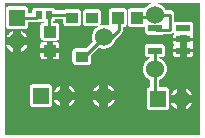
<source format=gtl>
G04 ---------------------------- Layer name :TOP LAYER*
G04 EasyEDA v5.6.10, Tue, 17 Jul 2018 20:10:34 GMT*
G04 41f5d608da314f4496c1683ca2e9a323*
G04 Gerber Generator version 0.2*
G04 Scale: 100 percent, Rotated: No, Reflected: No *
G04 Dimensions in millimeters *
G04 leading zeros omitted , absolute positions ,3 integer and 3 decimal *
%FSLAX33Y33*%
%MOMM*%
G90*
G71D02*

%ADD10C,0.254000*%
%ADD11R,0.999998X1.099998*%
%ADD12R,0.599948X0.649986*%
%ADD13R,1.099998X0.999998*%
%ADD14R,1.199998X0.599999*%
%ADD15R,1.000760X0.899160*%
%ADD16R,1.099820X0.899160*%
%ADD17C,1.524000*%
%ADD18R,1.399997X1.399997*%
%ADD19C,1.399997*%

%LPD*%
G36*
G01X76Y0D02*
G01X76Y11176D01*
G01X16586Y11176D01*
G01X16586Y0D01*
G01X76Y0D01*
G37*

%LPC*%
G36*
G01X12330Y2094D02*
G01X13730Y2094D01*
G01X13740Y2094D01*
G01X13751Y2094D01*
G01X13761Y2095D01*
G01X13772Y2097D01*
G01X13782Y2099D01*
G01X13792Y2101D01*
G01X13802Y2104D01*
G01X13812Y2107D01*
G01X13822Y2111D01*
G01X13832Y2115D01*
G01X13841Y2119D01*
G01X13851Y2124D01*
G01X13860Y2129D01*
G01X13869Y2135D01*
G01X13877Y2141D01*
G01X13886Y2147D01*
G01X13894Y2154D01*
G01X13902Y2161D01*
G01X13909Y2168D01*
G01X13917Y2175D01*
G01X13924Y2183D01*
G01X13930Y2191D01*
G01X13936Y2200D01*
G01X13942Y2209D01*
G01X13948Y2217D01*
G01X13953Y2227D01*
G01X13958Y2236D01*
G01X13962Y2245D01*
G01X13966Y2255D01*
G01X13970Y2265D01*
G01X13973Y2275D01*
G01X13976Y2285D01*
G01X13978Y2295D01*
G01X13980Y2306D01*
G01X13982Y2316D01*
G01X13983Y2327D01*
G01X13983Y2337D01*
G01X13984Y2348D01*
G01X13984Y3747D01*
G01X13983Y3758D01*
G01X13983Y3768D01*
G01X13982Y3779D01*
G01X13980Y3789D01*
G01X13978Y3800D01*
G01X13976Y3810D01*
G01X13973Y3820D01*
G01X13970Y3830D01*
G01X13966Y3840D01*
G01X13962Y3850D01*
G01X13958Y3859D01*
G01X13953Y3868D01*
G01X13948Y3878D01*
G01X13942Y3886D01*
G01X13936Y3895D01*
G01X13930Y3904D01*
G01X13924Y3912D01*
G01X13917Y3920D01*
G01X13909Y3927D01*
G01X13902Y3934D01*
G01X13894Y3941D01*
G01X13886Y3948D01*
G01X13877Y3954D01*
G01X13869Y3960D01*
G01X13860Y3966D01*
G01X13851Y3971D01*
G01X13841Y3976D01*
G01X13832Y3980D01*
G01X13822Y3984D01*
G01X13812Y3988D01*
G01X13802Y3991D01*
G01X13792Y3994D01*
G01X13782Y3996D01*
G01X13772Y3998D01*
G01X13761Y4000D01*
G01X13751Y4001D01*
G01X13740Y4001D01*
G01X13730Y4001D01*
G01X13157Y4001D01*
G01X13157Y4646D01*
G01X13239Y4683D01*
G01X13327Y4734D01*
G01X13409Y4793D01*
G01X13485Y4860D01*
G01X13554Y4934D01*
G01X13615Y5015D01*
G01X13668Y5102D01*
G01X13712Y5193D01*
G01X13747Y5288D01*
G01X13772Y5386D01*
G01X13787Y5486D01*
G01X13792Y5588D01*
G01X13787Y5689D01*
G01X13772Y5789D01*
G01X13747Y5887D01*
G01X13712Y5982D01*
G01X13668Y6073D01*
G01X13615Y6160D01*
G01X13554Y6241D01*
G01X13485Y6315D01*
G01X13409Y6382D01*
G01X13327Y6441D01*
G01X13239Y6492D01*
G01X13157Y6529D01*
G01X13157Y6558D01*
G01X13375Y6558D01*
G01X13386Y6558D01*
G01X13396Y6559D01*
G01X13407Y6560D01*
G01X13417Y6561D01*
G01X13427Y6563D01*
G01X13437Y6566D01*
G01X13448Y6568D01*
G01X13458Y6572D01*
G01X13467Y6575D01*
G01X13477Y6579D01*
G01X13487Y6584D01*
G01X13496Y6588D01*
G01X13505Y6594D01*
G01X13514Y6599D01*
G01X13523Y6605D01*
G01X13531Y6611D01*
G01X13539Y6618D01*
G01X13547Y6625D01*
G01X13555Y6632D01*
G01X13562Y6640D01*
G01X13569Y6648D01*
G01X13576Y6656D01*
G01X13582Y6664D01*
G01X13588Y6673D01*
G01X13593Y6682D01*
G01X13599Y6691D01*
G01X13603Y6700D01*
G01X13608Y6710D01*
G01X13612Y6719D01*
G01X13615Y6729D01*
G01X13619Y6739D01*
G01X13621Y6749D01*
G01X13624Y6760D01*
G01X13626Y6770D01*
G01X13627Y6780D01*
G01X13628Y6791D01*
G01X13629Y6801D01*
G01X13629Y6812D01*
G01X13629Y7411D01*
G01X13629Y7422D01*
G01X13628Y7432D01*
G01X13627Y7443D01*
G01X13626Y7453D01*
G01X13624Y7463D01*
G01X13621Y7474D01*
G01X13619Y7484D01*
G01X13615Y7494D01*
G01X13612Y7504D01*
G01X13608Y7513D01*
G01X13603Y7523D01*
G01X13599Y7532D01*
G01X13593Y7541D01*
G01X13588Y7550D01*
G01X13582Y7559D01*
G01X13576Y7567D01*
G01X13569Y7575D01*
G01X13562Y7583D01*
G01X13555Y7591D01*
G01X13547Y7598D01*
G01X13539Y7605D01*
G01X13531Y7612D01*
G01X13523Y7618D01*
G01X13514Y7624D01*
G01X13505Y7629D01*
G01X13496Y7635D01*
G01X13487Y7639D01*
G01X13477Y7644D01*
G01X13467Y7648D01*
G01X13458Y7651D01*
G01X13448Y7655D01*
G01X13437Y7657D01*
G01X13427Y7660D01*
G01X13417Y7662D01*
G01X13407Y7663D01*
G01X13396Y7664D01*
G01X13386Y7665D01*
G01X13375Y7665D01*
G01X12176Y7665D01*
G01X12166Y7665D01*
G01X12155Y7664D01*
G01X12145Y7663D01*
G01X12134Y7662D01*
G01X12124Y7660D01*
G01X12114Y7657D01*
G01X12104Y7655D01*
G01X12094Y7651D01*
G01X12084Y7648D01*
G01X12074Y7644D01*
G01X12065Y7639D01*
G01X12055Y7635D01*
G01X12046Y7629D01*
G01X12037Y7624D01*
G01X12029Y7618D01*
G01X12020Y7612D01*
G01X12012Y7605D01*
G01X12004Y7598D01*
G01X11997Y7591D01*
G01X11989Y7583D01*
G01X11982Y7575D01*
G01X11976Y7567D01*
G01X11970Y7559D01*
G01X11964Y7550D01*
G01X11958Y7541D01*
G01X11953Y7532D01*
G01X11948Y7523D01*
G01X11944Y7513D01*
G01X11940Y7504D01*
G01X11936Y7494D01*
G01X11933Y7484D01*
G01X11930Y7474D01*
G01X11928Y7463D01*
G01X11926Y7453D01*
G01X11924Y7443D01*
G01X11923Y7432D01*
G01X11922Y7422D01*
G01X11922Y7411D01*
G01X11922Y6812D01*
G01X11922Y6801D01*
G01X11923Y6791D01*
G01X11924Y6780D01*
G01X11926Y6770D01*
G01X11928Y6760D01*
G01X11930Y6749D01*
G01X11933Y6739D01*
G01X11936Y6729D01*
G01X11940Y6719D01*
G01X11944Y6710D01*
G01X11948Y6700D01*
G01X11953Y6691D01*
G01X11958Y6682D01*
G01X11964Y6673D01*
G01X11970Y6664D01*
G01X11976Y6656D01*
G01X11982Y6648D01*
G01X11989Y6640D01*
G01X11997Y6632D01*
G01X12004Y6625D01*
G01X12012Y6618D01*
G01X12020Y6611D01*
G01X12029Y6605D01*
G01X12037Y6599D01*
G01X12046Y6594D01*
G01X12055Y6588D01*
G01X12065Y6584D01*
G01X12074Y6579D01*
G01X12084Y6575D01*
G01X12094Y6572D01*
G01X12104Y6568D01*
G01X12114Y6566D01*
G01X12124Y6563D01*
G01X12134Y6561D01*
G01X12145Y6560D01*
G01X12155Y6559D01*
G01X12166Y6558D01*
G01X12176Y6558D01*
G01X12395Y6558D01*
G01X12395Y6528D01*
G01X12358Y6514D01*
G01X12268Y6467D01*
G01X12183Y6412D01*
G01X12103Y6349D01*
G01X12031Y6279D01*
G01X11966Y6201D01*
G01X11909Y6117D01*
G01X11860Y6028D01*
G01X11821Y5935D01*
G01X11791Y5838D01*
G01X11771Y5739D01*
G01X11761Y5638D01*
G01X11761Y5537D01*
G01X11771Y5436D01*
G01X11791Y5337D01*
G01X11821Y5240D01*
G01X11860Y5147D01*
G01X11909Y5058D01*
G01X11966Y4974D01*
G01X12031Y4896D01*
G01X12103Y4826D01*
G01X12183Y4763D01*
G01X12268Y4708D01*
G01X12358Y4661D01*
G01X12395Y4647D01*
G01X12395Y4001D01*
G01X12330Y4001D01*
G01X12319Y4001D01*
G01X12309Y4001D01*
G01X12298Y4000D01*
G01X12288Y3998D01*
G01X12278Y3996D01*
G01X12267Y3994D01*
G01X12257Y3991D01*
G01X12247Y3988D01*
G01X12237Y3984D01*
G01X12228Y3980D01*
G01X12218Y3976D01*
G01X12209Y3971D01*
G01X12200Y3966D01*
G01X12191Y3960D01*
G01X12182Y3954D01*
G01X12174Y3948D01*
G01X12166Y3941D01*
G01X12158Y3934D01*
G01X12150Y3927D01*
G01X12143Y3920D01*
G01X12136Y3912D01*
G01X12129Y3904D01*
G01X12123Y3895D01*
G01X12117Y3886D01*
G01X12111Y3878D01*
G01X12106Y3868D01*
G01X12102Y3859D01*
G01X12097Y3850D01*
G01X12093Y3840D01*
G01X12089Y3830D01*
G01X12086Y3820D01*
G01X12083Y3810D01*
G01X12081Y3800D01*
G01X12079Y3789D01*
G01X12078Y3779D01*
G01X12077Y3768D01*
G01X12076Y3758D01*
G01X12076Y3747D01*
G01X12076Y2348D01*
G01X12076Y2337D01*
G01X12077Y2327D01*
G01X12078Y2316D01*
G01X12079Y2306D01*
G01X12081Y2295D01*
G01X12083Y2285D01*
G01X12086Y2275D01*
G01X12089Y2265D01*
G01X12093Y2255D01*
G01X12097Y2245D01*
G01X12102Y2236D01*
G01X12106Y2227D01*
G01X12111Y2217D01*
G01X12117Y2209D01*
G01X12123Y2200D01*
G01X12129Y2191D01*
G01X12136Y2183D01*
G01X12143Y2175D01*
G01X12150Y2168D01*
G01X12158Y2161D01*
G01X12166Y2154D01*
G01X12174Y2147D01*
G01X12182Y2141D01*
G01X12191Y2135D01*
G01X12200Y2129D01*
G01X12209Y2124D01*
G01X12218Y2119D01*
G01X12228Y2115D01*
G01X12237Y2111D01*
G01X12247Y2107D01*
G01X12257Y2104D01*
G01X12267Y2101D01*
G01X12278Y2099D01*
G01X12288Y2097D01*
G01X12298Y2095D01*
G01X12309Y2094D01*
G01X12319Y2094D01*
G01X12330Y2094D01*
G37*
G36*
G01X15380Y2160D02*
G01X15465Y2199D01*
G01X15547Y2246D01*
G01X15625Y2302D01*
G01X15696Y2365D01*
G01X15761Y2434D01*
G01X15818Y2510D01*
G01X15868Y2591D01*
G01X15909Y2677D01*
G01X15916Y2697D01*
G01X15380Y2697D01*
G01X15380Y2160D01*
G37*
G36*
G01X14680Y2161D02*
G01X14680Y2697D01*
G01X14143Y2697D01*
G01X14170Y2634D01*
G01X14216Y2550D01*
G01X14269Y2471D01*
G01X14330Y2399D01*
G01X14398Y2332D01*
G01X14473Y2273D01*
G01X14553Y2221D01*
G01X14637Y2178D01*
G01X14680Y2161D01*
G37*
G36*
G01X2424Y2348D02*
G01X3824Y2348D01*
G01X3834Y2348D01*
G01X3845Y2348D01*
G01X3855Y2349D01*
G01X3866Y2351D01*
G01X3876Y2353D01*
G01X3886Y2355D01*
G01X3896Y2358D01*
G01X3906Y2361D01*
G01X3916Y2365D01*
G01X3926Y2369D01*
G01X3935Y2373D01*
G01X3945Y2378D01*
G01X3954Y2383D01*
G01X3963Y2389D01*
G01X3971Y2395D01*
G01X3980Y2401D01*
G01X3988Y2408D01*
G01X3996Y2415D01*
G01X4003Y2422D01*
G01X4011Y2429D01*
G01X4018Y2437D01*
G01X4024Y2445D01*
G01X4030Y2454D01*
G01X4036Y2463D01*
G01X4042Y2471D01*
G01X4047Y2481D01*
G01X4052Y2490D01*
G01X4056Y2499D01*
G01X4060Y2509D01*
G01X4064Y2519D01*
G01X4067Y2529D01*
G01X4070Y2539D01*
G01X4072Y2549D01*
G01X4074Y2560D01*
G01X4076Y2570D01*
G01X4077Y2581D01*
G01X4077Y2591D01*
G01X4078Y2602D01*
G01X4078Y4001D01*
G01X4077Y4012D01*
G01X4077Y4022D01*
G01X4076Y4033D01*
G01X4074Y4043D01*
G01X4072Y4054D01*
G01X4070Y4064D01*
G01X4067Y4074D01*
G01X4064Y4084D01*
G01X4060Y4094D01*
G01X4056Y4104D01*
G01X4052Y4113D01*
G01X4047Y4122D01*
G01X4042Y4132D01*
G01X4036Y4140D01*
G01X4030Y4149D01*
G01X4024Y4158D01*
G01X4018Y4166D01*
G01X4011Y4174D01*
G01X4003Y4181D01*
G01X3996Y4188D01*
G01X3988Y4195D01*
G01X3980Y4202D01*
G01X3971Y4208D01*
G01X3963Y4214D01*
G01X3954Y4220D01*
G01X3945Y4225D01*
G01X3935Y4230D01*
G01X3926Y4234D01*
G01X3916Y4238D01*
G01X3906Y4242D01*
G01X3896Y4245D01*
G01X3886Y4248D01*
G01X3876Y4250D01*
G01X3866Y4252D01*
G01X3855Y4254D01*
G01X3845Y4255D01*
G01X3834Y4255D01*
G01X3824Y4255D01*
G01X2424Y4255D01*
G01X2413Y4255D01*
G01X2403Y4255D01*
G01X2392Y4254D01*
G01X2382Y4252D01*
G01X2372Y4250D01*
G01X2361Y4248D01*
G01X2351Y4245D01*
G01X2341Y4242D01*
G01X2331Y4238D01*
G01X2322Y4234D01*
G01X2312Y4230D01*
G01X2303Y4225D01*
G01X2294Y4220D01*
G01X2285Y4214D01*
G01X2276Y4208D01*
G01X2268Y4202D01*
G01X2260Y4195D01*
G01X2252Y4188D01*
G01X2244Y4181D01*
G01X2237Y4174D01*
G01X2230Y4166D01*
G01X2223Y4158D01*
G01X2217Y4149D01*
G01X2211Y4140D01*
G01X2205Y4132D01*
G01X2200Y4122D01*
G01X2196Y4113D01*
G01X2191Y4104D01*
G01X2187Y4094D01*
G01X2183Y4084D01*
G01X2180Y4074D01*
G01X2177Y4064D01*
G01X2175Y4054D01*
G01X2173Y4043D01*
G01X2172Y4033D01*
G01X2171Y4022D01*
G01X2170Y4012D01*
G01X2170Y4001D01*
G01X2170Y2602D01*
G01X2170Y2591D01*
G01X2171Y2581D01*
G01X2172Y2570D01*
G01X2173Y2560D01*
G01X2175Y2549D01*
G01X2177Y2539D01*
G01X2180Y2529D01*
G01X2183Y2519D01*
G01X2187Y2509D01*
G01X2191Y2499D01*
G01X2196Y2490D01*
G01X2200Y2481D01*
G01X2205Y2471D01*
G01X2211Y2463D01*
G01X2217Y2454D01*
G01X2223Y2445D01*
G01X2230Y2437D01*
G01X2237Y2429D01*
G01X2244Y2422D01*
G01X2252Y2415D01*
G01X2260Y2408D01*
G01X2268Y2401D01*
G01X2276Y2395D01*
G01X2285Y2389D01*
G01X2294Y2383D01*
G01X2303Y2378D01*
G01X2312Y2373D01*
G01X2322Y2369D01*
G01X2331Y2365D01*
G01X2341Y2361D01*
G01X2351Y2358D01*
G01X2361Y2355D01*
G01X2372Y2353D01*
G01X2382Y2351D01*
G01X2392Y2349D01*
G01X2403Y2348D01*
G01X2413Y2348D01*
G01X2424Y2348D01*
G37*
G36*
G01X8839Y2360D02*
G01X8921Y2397D01*
G01X9009Y2448D01*
G01X9091Y2507D01*
G01X9167Y2574D01*
G01X9236Y2648D01*
G01X9297Y2729D01*
G01X9350Y2816D01*
G01X9394Y2907D01*
G01X9399Y2921D01*
G01X8839Y2921D01*
G01X8839Y2360D01*
G37*
G36*
G01X8077Y2361D02*
G01X8077Y2921D01*
G01X7517Y2921D01*
G01X7542Y2861D01*
G01X7591Y2772D01*
G01X7648Y2688D01*
G01X7713Y2610D01*
G01X7785Y2540D01*
G01X7865Y2477D01*
G01X7950Y2422D01*
G01X8040Y2375D01*
G01X8077Y2361D01*
G37*
G36*
G01X5474Y2414D02*
G01X5559Y2453D01*
G01X5641Y2500D01*
G01X5719Y2556D01*
G01X5790Y2619D01*
G01X5855Y2688D01*
G01X5912Y2764D01*
G01X5962Y2845D01*
G01X6003Y2931D01*
G01X6010Y2951D01*
G01X5474Y2951D01*
G01X5474Y2414D01*
G37*
G36*
G01X4774Y2415D02*
G01X4774Y2951D01*
G01X4237Y2951D01*
G01X4264Y2888D01*
G01X4310Y2804D01*
G01X4363Y2725D01*
G01X4424Y2653D01*
G01X4492Y2586D01*
G01X4567Y2527D01*
G01X4647Y2475D01*
G01X4731Y2432D01*
G01X4774Y2415D01*
G37*
G36*
G01X15380Y3398D02*
G01X15916Y3398D01*
G01X15909Y3418D01*
G01X15868Y3504D01*
G01X15818Y3585D01*
G01X15761Y3661D01*
G01X15696Y3730D01*
G01X15625Y3793D01*
G01X15547Y3849D01*
G01X15465Y3896D01*
G01X15380Y3935D01*
G01X15380Y3398D01*
G37*
G36*
G01X14143Y3398D02*
G01X14680Y3398D01*
G01X14680Y3934D01*
G01X14637Y3917D01*
G01X14553Y3874D01*
G01X14473Y3822D01*
G01X14398Y3763D01*
G01X14330Y3696D01*
G01X14269Y3624D01*
G01X14216Y3545D01*
G01X14170Y3461D01*
G01X14143Y3398D01*
G37*
G36*
G01X5474Y3652D02*
G01X6010Y3652D01*
G01X6003Y3672D01*
G01X5962Y3758D01*
G01X5912Y3839D01*
G01X5855Y3915D01*
G01X5790Y3984D01*
G01X5719Y4047D01*
G01X5641Y4103D01*
G01X5559Y4150D01*
G01X5474Y4189D01*
G01X5474Y3652D01*
G37*
G36*
G01X4237Y3652D02*
G01X4774Y3652D01*
G01X4774Y4188D01*
G01X4731Y4171D01*
G01X4647Y4128D01*
G01X4567Y4076D01*
G01X4492Y4017D01*
G01X4424Y3950D01*
G01X4363Y3878D01*
G01X4310Y3799D01*
G01X4264Y3715D01*
G01X4237Y3652D01*
G37*
G36*
G01X8839Y3683D02*
G01X9399Y3683D01*
G01X9394Y3696D01*
G01X9350Y3787D01*
G01X9297Y3874D01*
G01X9236Y3955D01*
G01X9167Y4029D01*
G01X9091Y4096D01*
G01X9009Y4155D01*
G01X8921Y4206D01*
G01X8839Y4243D01*
G01X8839Y3683D01*
G37*
G36*
G01X7517Y3683D02*
G01X8077Y3683D01*
G01X8077Y4242D01*
G01X8040Y4228D01*
G01X7950Y4181D01*
G01X7865Y4126D01*
G01X7785Y4063D01*
G01X7713Y3993D01*
G01X7648Y3915D01*
G01X7591Y3831D01*
G01X7542Y3742D01*
G01X7517Y3683D01*
G37*
G36*
G01X6054Y5900D02*
G01X7153Y5900D01*
G01X7164Y5900D01*
G01X7174Y5901D01*
G01X7185Y5902D01*
G01X7195Y5903D01*
G01X7206Y5905D01*
G01X7216Y5908D01*
G01X7226Y5910D01*
G01X7236Y5914D01*
G01X7246Y5917D01*
G01X7255Y5921D01*
G01X7265Y5926D01*
G01X7274Y5931D01*
G01X7283Y5936D01*
G01X7292Y5941D01*
G01X7301Y5947D01*
G01X7309Y5953D01*
G01X7318Y5960D01*
G01X7325Y5967D01*
G01X7333Y5974D01*
G01X7340Y5982D01*
G01X7347Y5990D01*
G01X7354Y5998D01*
G01X7360Y6006D01*
G01X7366Y6015D01*
G01X7372Y6024D01*
G01X7377Y6033D01*
G01X7382Y6042D01*
G01X7386Y6052D01*
G01X7390Y6062D01*
G01X7394Y6071D01*
G01X7397Y6081D01*
G01X7400Y6092D01*
G01X7402Y6102D01*
G01X7404Y6112D01*
G01X7405Y6123D01*
G01X7407Y6133D01*
G01X7407Y6143D01*
G01X7407Y6154D01*
G01X7407Y6712D01*
G01X8062Y7367D01*
G01X8134Y7338D01*
G01X8232Y7311D01*
G01X8331Y7293D01*
G01X8432Y7286D01*
G01X8534Y7288D01*
G01X8634Y7301D01*
G01X8733Y7323D01*
G01X8829Y7356D01*
G01X8921Y7397D01*
G01X9009Y7448D01*
G01X9091Y7507D01*
G01X9167Y7574D01*
G01X9236Y7648D01*
G01X9297Y7729D01*
G01X9350Y7816D01*
G01X9394Y7907D01*
G01X9429Y8002D01*
G01X9445Y8068D01*
G01X9997Y8620D01*
G01X10006Y8629D01*
G01X10015Y8639D01*
G01X10023Y8649D01*
G01X10031Y8659D01*
G01X10039Y8670D01*
G01X10046Y8681D01*
G01X10053Y8692D01*
G01X10060Y8703D01*
G01X10066Y8714D01*
G01X10072Y8726D01*
G01X10077Y8738D01*
G01X10082Y8750D01*
G01X10087Y8762D01*
G01X10091Y8774D01*
G01X10095Y8787D01*
G01X10098Y8799D01*
G01X10101Y8812D01*
G01X10103Y8825D01*
G01X10105Y8838D01*
G01X10107Y8851D01*
G01X10108Y8863D01*
G01X10108Y8876D01*
G01X10109Y8890D01*
G01X10109Y9101D01*
G01X10137Y9101D01*
G01X10147Y9102D01*
G01X10158Y9102D01*
G01X10168Y9103D01*
G01X10178Y9105D01*
G01X10189Y9107D01*
G01X10199Y9109D01*
G01X10209Y9112D01*
G01X10219Y9115D01*
G01X10229Y9119D01*
G01X10239Y9123D01*
G01X10248Y9127D01*
G01X10258Y9132D01*
G01X10267Y9137D01*
G01X10276Y9143D01*
G01X10284Y9149D01*
G01X10293Y9155D01*
G01X10301Y9162D01*
G01X10309Y9168D01*
G01X10316Y9176D01*
G01X10324Y9183D01*
G01X10330Y9191D01*
G01X10337Y9199D01*
G01X10343Y9208D01*
G01X10349Y9216D01*
G01X10355Y9225D01*
G01X10360Y9234D01*
G01X10365Y9244D01*
G01X10369Y9253D01*
G01X10373Y9263D01*
G01X10377Y9273D01*
G01X10380Y9283D01*
G01X10383Y9293D01*
G01X10385Y9303D01*
G01X10387Y9314D01*
G01X10389Y9324D01*
G01X10390Y9334D01*
G01X10390Y9345D01*
G01X10391Y9355D01*
G01X10391Y10455D01*
G01X10390Y10466D01*
G01X10390Y10476D01*
G01X10389Y10487D01*
G01X10387Y10497D01*
G01X10385Y10507D01*
G01X10383Y10518D01*
G01X10380Y10528D01*
G01X10377Y10538D01*
G01X10373Y10547D01*
G01X10369Y10557D01*
G01X10365Y10567D01*
G01X10360Y10576D01*
G01X10355Y10585D01*
G01X10349Y10594D01*
G01X10343Y10603D01*
G01X10337Y10611D01*
G01X10330Y10619D01*
G01X10324Y10627D01*
G01X10316Y10635D01*
G01X10309Y10642D01*
G01X10301Y10649D01*
G01X10293Y10656D01*
G01X10284Y10662D01*
G01X10276Y10668D01*
G01X10267Y10673D01*
G01X10258Y10679D01*
G01X10248Y10683D01*
G01X10239Y10688D01*
G01X10229Y10692D01*
G01X10219Y10695D01*
G01X10209Y10699D01*
G01X10199Y10701D01*
G01X10189Y10704D01*
G01X10178Y10706D01*
G01X10168Y10707D01*
G01X10158Y10708D01*
G01X10147Y10709D01*
G01X10137Y10709D01*
G01X9137Y10709D01*
G01X9126Y10709D01*
G01X9116Y10708D01*
G01X9105Y10707D01*
G01X9095Y10706D01*
G01X9085Y10704D01*
G01X9074Y10701D01*
G01X9064Y10699D01*
G01X9054Y10695D01*
G01X9044Y10692D01*
G01X9035Y10688D01*
G01X9025Y10683D01*
G01X9016Y10679D01*
G01X9007Y10673D01*
G01X8998Y10668D01*
G01X8989Y10662D01*
G01X8981Y10656D01*
G01X8972Y10649D01*
G01X8965Y10642D01*
G01X8957Y10635D01*
G01X8950Y10627D01*
G01X8943Y10619D01*
G01X8936Y10611D01*
G01X8930Y10603D01*
G01X8924Y10594D01*
G01X8918Y10585D01*
G01X8913Y10576D01*
G01X8908Y10567D01*
G01X8904Y10557D01*
G01X8900Y10547D01*
G01X8896Y10538D01*
G01X8893Y10528D01*
G01X8890Y10518D01*
G01X8888Y10507D01*
G01X8886Y10497D01*
G01X8885Y10487D01*
G01X8884Y10476D01*
G01X8883Y10466D01*
G01X8883Y10455D01*
G01X8883Y9355D01*
G01X8883Y9345D01*
G01X8884Y9334D01*
G01X8885Y9324D01*
G01X8886Y9314D01*
G01X8888Y9303D01*
G01X8890Y9293D01*
G01X8893Y9283D01*
G01X8896Y9273D01*
G01X8900Y9263D01*
G01X8904Y9253D01*
G01X8908Y9244D01*
G01X8913Y9234D01*
G01X8918Y9225D01*
G01X8924Y9216D01*
G01X8930Y9208D01*
G01X8936Y9199D01*
G01X8940Y9195D01*
G01X8921Y9206D01*
G01X8829Y9247D01*
G01X8733Y9280D01*
G01X8634Y9302D01*
G01X8534Y9315D01*
G01X8432Y9317D01*
G01X8331Y9310D01*
G01X8232Y9292D01*
G01X8134Y9265D01*
G01X8083Y9244D01*
G01X8090Y9249D01*
G01X8098Y9255D01*
G01X8106Y9262D01*
G01X8114Y9269D01*
G01X8122Y9276D01*
G01X8129Y9284D01*
G01X8136Y9292D01*
G01X8143Y9300D01*
G01X8149Y9308D01*
G01X8155Y9317D01*
G01X8160Y9326D01*
G01X8165Y9335D01*
G01X8170Y9344D01*
G01X8175Y9354D01*
G01X8179Y9364D01*
G01X8182Y9373D01*
G01X8186Y9383D01*
G01X8188Y9394D01*
G01X8191Y9404D01*
G01X8193Y9414D01*
G01X8194Y9425D01*
G01X8195Y9435D01*
G01X8196Y9445D01*
G01X8196Y9456D01*
G01X8196Y10355D01*
G01X8196Y10366D01*
G01X8195Y10376D01*
G01X8194Y10386D01*
G01X8193Y10397D01*
G01X8191Y10407D01*
G01X8188Y10417D01*
G01X8186Y10428D01*
G01X8182Y10438D01*
G01X8179Y10447D01*
G01X8175Y10457D01*
G01X8170Y10467D01*
G01X8165Y10476D01*
G01X8160Y10485D01*
G01X8155Y10494D01*
G01X8149Y10503D01*
G01X8143Y10511D01*
G01X8136Y10519D01*
G01X8129Y10527D01*
G01X8122Y10535D01*
G01X8114Y10542D01*
G01X8106Y10549D01*
G01X8098Y10556D01*
G01X8090Y10562D01*
G01X8081Y10568D01*
G01X8072Y10573D01*
G01X8063Y10578D01*
G01X8054Y10583D01*
G01X8044Y10588D01*
G01X8034Y10592D01*
G01X8025Y10595D01*
G01X8015Y10599D01*
G01X8004Y10601D01*
G01X7994Y10604D01*
G01X7984Y10606D01*
G01X7973Y10607D01*
G01X7963Y10608D01*
G01X7953Y10609D01*
G01X7942Y10609D01*
G01X6941Y10609D01*
G01X6931Y10609D01*
G01X6920Y10608D01*
G01X6910Y10607D01*
G01X6900Y10606D01*
G01X6889Y10604D01*
G01X6879Y10601D01*
G01X6869Y10599D01*
G01X6859Y10595D01*
G01X6849Y10592D01*
G01X6839Y10588D01*
G01X6830Y10583D01*
G01X6820Y10578D01*
G01X6811Y10573D01*
G01X6802Y10568D01*
G01X6794Y10562D01*
G01X6785Y10556D01*
G01X6777Y10549D01*
G01X6769Y10542D01*
G01X6762Y10535D01*
G01X6754Y10527D01*
G01X6747Y10519D01*
G01X6741Y10511D01*
G01X6735Y10503D01*
G01X6729Y10494D01*
G01X6723Y10485D01*
G01X6718Y10476D01*
G01X6713Y10467D01*
G01X6709Y10457D01*
G01X6705Y10447D01*
G01X6701Y10438D01*
G01X6698Y10428D01*
G01X6695Y10417D01*
G01X6693Y10407D01*
G01X6691Y10397D01*
G01X6689Y10386D01*
G01X6688Y10376D01*
G01X6688Y10366D01*
G01X6687Y10355D01*
G01X6687Y9456D01*
G01X6688Y9445D01*
G01X6688Y9435D01*
G01X6689Y9425D01*
G01X6691Y9414D01*
G01X6693Y9404D01*
G01X6695Y9394D01*
G01X6698Y9383D01*
G01X6701Y9373D01*
G01X6705Y9364D01*
G01X6709Y9354D01*
G01X6713Y9344D01*
G01X6718Y9335D01*
G01X6723Y9326D01*
G01X6729Y9317D01*
G01X6735Y9308D01*
G01X6741Y9300D01*
G01X6747Y9292D01*
G01X6754Y9284D01*
G01X6762Y9276D01*
G01X6769Y9269D01*
G01X6777Y9262D01*
G01X6785Y9255D01*
G01X6794Y9249D01*
G01X6802Y9243D01*
G01X6811Y9238D01*
G01X6820Y9233D01*
G01X6830Y9228D01*
G01X6839Y9223D01*
G01X6849Y9219D01*
G01X6859Y9216D01*
G01X6869Y9212D01*
G01X6879Y9210D01*
G01X6889Y9207D01*
G01X6900Y9205D01*
G01X6910Y9204D01*
G01X6920Y9203D01*
G01X6931Y9202D01*
G01X6941Y9202D01*
G01X7942Y9202D01*
G01X7953Y9202D01*
G01X7963Y9203D01*
G01X7973Y9204D01*
G01X7984Y9205D01*
G01X7994Y9207D01*
G01X8004Y9210D01*
G01X8006Y9210D01*
G01X7950Y9181D01*
G01X7865Y9126D01*
G01X7785Y9063D01*
G01X7713Y8993D01*
G01X7648Y8915D01*
G01X7591Y8831D01*
G01X7542Y8742D01*
G01X7503Y8649D01*
G01X7473Y8552D01*
G01X7453Y8453D01*
G01X7443Y8352D01*
G01X7443Y8251D01*
G01X7453Y8150D01*
G01X7473Y8051D01*
G01X7503Y7954D01*
G01X7523Y7906D01*
G01X6924Y7307D01*
G01X6054Y7307D01*
G01X6043Y7307D01*
G01X6033Y7306D01*
G01X6022Y7305D01*
G01X6012Y7304D01*
G01X6001Y7302D01*
G01X5991Y7299D01*
G01X5981Y7297D01*
G01X5971Y7293D01*
G01X5961Y7290D01*
G01X5952Y7286D01*
G01X5942Y7281D01*
G01X5933Y7276D01*
G01X5924Y7271D01*
G01X5915Y7266D01*
G01X5906Y7260D01*
G01X5898Y7254D01*
G01X5889Y7247D01*
G01X5882Y7240D01*
G01X5874Y7233D01*
G01X5867Y7225D01*
G01X5860Y7217D01*
G01X5853Y7209D01*
G01X5847Y7201D01*
G01X5841Y7192D01*
G01X5835Y7183D01*
G01X5830Y7174D01*
G01X5825Y7165D01*
G01X5821Y7155D01*
G01X5817Y7145D01*
G01X5813Y7136D01*
G01X5810Y7126D01*
G01X5807Y7115D01*
G01X5805Y7105D01*
G01X5803Y7095D01*
G01X5802Y7084D01*
G01X5800Y7074D01*
G01X5800Y7064D01*
G01X5800Y7053D01*
G01X5800Y6154D01*
G01X5800Y6143D01*
G01X5800Y6133D01*
G01X5802Y6123D01*
G01X5803Y6112D01*
G01X5805Y6102D01*
G01X5807Y6092D01*
G01X5810Y6081D01*
G01X5813Y6071D01*
G01X5817Y6062D01*
G01X5821Y6052D01*
G01X5825Y6042D01*
G01X5830Y6033D01*
G01X5835Y6024D01*
G01X5841Y6015D01*
G01X5847Y6006D01*
G01X5853Y5998D01*
G01X5860Y5990D01*
G01X5867Y5982D01*
G01X5874Y5974D01*
G01X5882Y5967D01*
G01X5889Y5960D01*
G01X5898Y5953D01*
G01X5906Y5947D01*
G01X5915Y5941D01*
G01X5924Y5936D01*
G01X5933Y5931D01*
G01X5942Y5926D01*
G01X5952Y5921D01*
G01X5961Y5917D01*
G01X5971Y5914D01*
G01X5981Y5910D01*
G01X5991Y5908D01*
G01X6001Y5905D01*
G01X6012Y5903D01*
G01X6022Y5902D01*
G01X6033Y5901D01*
G01X6043Y5900D01*
G01X6054Y5900D01*
G37*
G36*
G01X4161Y6373D02*
G01X4436Y6373D01*
G01X4446Y6373D01*
G01X4457Y6374D01*
G01X4467Y6375D01*
G01X4478Y6376D01*
G01X4488Y6378D01*
G01X4498Y6381D01*
G01X4508Y6383D01*
G01X4518Y6387D01*
G01X4528Y6390D01*
G01X4538Y6394D01*
G01X4547Y6399D01*
G01X4557Y6403D01*
G01X4566Y6409D01*
G01X4575Y6414D01*
G01X4583Y6420D01*
G01X4592Y6426D01*
G01X4600Y6433D01*
G01X4608Y6440D01*
G01X4615Y6447D01*
G01X4623Y6455D01*
G01X4630Y6463D01*
G01X4636Y6471D01*
G01X4643Y6479D01*
G01X4649Y6488D01*
G01X4654Y6497D01*
G01X4659Y6506D01*
G01X4664Y6515D01*
G01X4668Y6525D01*
G01X4672Y6535D01*
G01X4676Y6544D01*
G01X4679Y6554D01*
G01X4682Y6565D01*
G01X4684Y6575D01*
G01X4686Y6585D01*
G01X4688Y6595D01*
G01X4689Y6606D01*
G01X4690Y6616D01*
G01X4690Y6627D01*
G01X4690Y6877D01*
G01X4161Y6877D01*
G01X4161Y6373D01*
G37*
G36*
G01X3336Y6373D02*
G01X3611Y6373D01*
G01X3611Y6877D01*
G01X3082Y6877D01*
G01X3082Y6627D01*
G01X3082Y6616D01*
G01X3083Y6606D01*
G01X3084Y6595D01*
G01X3085Y6585D01*
G01X3087Y6575D01*
G01X3090Y6565D01*
G01X3093Y6554D01*
G01X3096Y6544D01*
G01X3099Y6535D01*
G01X3103Y6525D01*
G01X3108Y6515D01*
G01X3113Y6506D01*
G01X3118Y6497D01*
G01X3123Y6488D01*
G01X3129Y6479D01*
G01X3136Y6471D01*
G01X3142Y6463D01*
G01X3149Y6455D01*
G01X3156Y6447D01*
G01X3164Y6440D01*
G01X3172Y6433D01*
G01X3180Y6426D01*
G01X3188Y6420D01*
G01X3197Y6414D01*
G01X3206Y6409D01*
G01X3215Y6403D01*
G01X3224Y6399D01*
G01X3234Y6394D01*
G01X3244Y6390D01*
G01X3254Y6387D01*
G01X3264Y6383D01*
G01X3274Y6381D01*
G01X3284Y6378D01*
G01X3294Y6376D01*
G01X3305Y6375D01*
G01X3315Y6374D01*
G01X3326Y6373D01*
G01X3336Y6373D01*
G37*
G36*
G01X15476Y6558D02*
G01X15775Y6558D01*
G01X15786Y6558D01*
G01X15796Y6559D01*
G01X15807Y6560D01*
G01X15817Y6561D01*
G01X15828Y6563D01*
G01X15838Y6566D01*
G01X15848Y6568D01*
G01X15858Y6572D01*
G01X15868Y6575D01*
G01X15877Y6579D01*
G01X15887Y6584D01*
G01X15896Y6588D01*
G01X15905Y6594D01*
G01X15914Y6599D01*
G01X15923Y6605D01*
G01X15931Y6611D01*
G01X15940Y6618D01*
G01X15947Y6625D01*
G01X15955Y6632D01*
G01X15962Y6640D01*
G01X15969Y6648D01*
G01X15976Y6656D01*
G01X15982Y6664D01*
G01X15988Y6673D01*
G01X15994Y6682D01*
G01X15999Y6691D01*
G01X16004Y6700D01*
G01X16008Y6710D01*
G01X16012Y6719D01*
G01X16016Y6729D01*
G01X16019Y6739D01*
G01X16022Y6749D01*
G01X16024Y6760D01*
G01X16026Y6770D01*
G01X16027Y6780D01*
G01X16029Y6791D01*
G01X16029Y6801D01*
G01X16029Y6812D01*
G01X16029Y6961D01*
G01X15476Y6961D01*
G01X15476Y6558D01*
G37*
G36*
G01X14577Y6558D02*
G01X14876Y6558D01*
G01X14876Y6961D01*
G01X14323Y6961D01*
G01X14323Y6812D01*
G01X14323Y6801D01*
G01X14323Y6791D01*
G01X14325Y6780D01*
G01X14326Y6770D01*
G01X14328Y6760D01*
G01X14330Y6749D01*
G01X14333Y6739D01*
G01X14336Y6729D01*
G01X14340Y6719D01*
G01X14344Y6710D01*
G01X14348Y6700D01*
G01X14353Y6691D01*
G01X14358Y6682D01*
G01X14364Y6673D01*
G01X14370Y6664D01*
G01X14376Y6656D01*
G01X14383Y6648D01*
G01X14390Y6640D01*
G01X14397Y6632D01*
G01X14405Y6625D01*
G01X14412Y6618D01*
G01X14421Y6611D01*
G01X14429Y6605D01*
G01X14438Y6599D01*
G01X14447Y6594D01*
G01X14456Y6588D01*
G01X14465Y6584D01*
G01X14475Y6579D01*
G01X14484Y6575D01*
G01X14494Y6572D01*
G01X14504Y6568D01*
G01X14514Y6566D01*
G01X14524Y6563D01*
G01X14535Y6561D01*
G01X14545Y6560D01*
G01X14556Y6559D01*
G01X14566Y6558D01*
G01X14577Y6558D01*
G37*
G36*
G01X1442Y7018D02*
G01X1527Y7057D01*
G01X1609Y7104D01*
G01X1687Y7160D01*
G01X1758Y7223D01*
G01X1823Y7292D01*
G01X1880Y7368D01*
G01X1930Y7449D01*
G01X1971Y7535D01*
G01X1978Y7555D01*
G01X1442Y7555D01*
G01X1442Y7018D01*
G37*
G36*
G01X742Y7019D02*
G01X742Y7555D01*
G01X205Y7555D01*
G01X232Y7492D01*
G01X278Y7408D01*
G01X331Y7329D01*
G01X392Y7257D01*
G01X460Y7190D01*
G01X535Y7131D01*
G01X615Y7079D01*
G01X699Y7036D01*
G01X742Y7019D01*
G37*
G36*
G01X15476Y7262D02*
G01X16029Y7262D01*
G01X16029Y7411D01*
G01X16029Y7422D01*
G01X16029Y7432D01*
G01X16027Y7443D01*
G01X16026Y7453D01*
G01X16024Y7463D01*
G01X16022Y7474D01*
G01X16019Y7484D01*
G01X16016Y7494D01*
G01X16012Y7504D01*
G01X16008Y7513D01*
G01X16004Y7523D01*
G01X15999Y7532D01*
G01X15994Y7541D01*
G01X15988Y7550D01*
G01X15982Y7559D01*
G01X15976Y7567D01*
G01X15969Y7575D01*
G01X15962Y7583D01*
G01X15959Y7586D01*
G01X15962Y7590D01*
G01X15969Y7598D01*
G01X15976Y7606D01*
G01X15982Y7614D01*
G01X15988Y7623D01*
G01X15994Y7632D01*
G01X15999Y7641D01*
G01X16004Y7650D01*
G01X16008Y7660D01*
G01X16012Y7669D01*
G01X16016Y7679D01*
G01X16019Y7689D01*
G01X16022Y7699D01*
G01X16024Y7710D01*
G01X16026Y7720D01*
G01X16027Y7730D01*
G01X16029Y7741D01*
G01X16029Y7751D01*
G01X16029Y7762D01*
G01X16029Y7911D01*
G01X15476Y7911D01*
G01X15476Y7262D01*
G37*
G36*
G01X14323Y7262D02*
G01X14876Y7262D01*
G01X14876Y7911D01*
G01X14323Y7911D01*
G01X14323Y7762D01*
G01X14323Y7751D01*
G01X14323Y7741D01*
G01X14325Y7730D01*
G01X14326Y7720D01*
G01X14328Y7710D01*
G01X14330Y7699D01*
G01X14333Y7689D01*
G01X14336Y7679D01*
G01X14340Y7669D01*
G01X14344Y7660D01*
G01X14348Y7650D01*
G01X14353Y7641D01*
G01X14358Y7632D01*
G01X14364Y7623D01*
G01X14370Y7614D01*
G01X14376Y7606D01*
G01X14383Y7598D01*
G01X14390Y7590D01*
G01X14393Y7586D01*
G01X14390Y7583D01*
G01X14383Y7575D01*
G01X14376Y7567D01*
G01X14370Y7559D01*
G01X14364Y7550D01*
G01X14358Y7541D01*
G01X14353Y7532D01*
G01X14348Y7523D01*
G01X14344Y7513D01*
G01X14340Y7504D01*
G01X14336Y7494D01*
G01X14333Y7484D01*
G01X14330Y7474D01*
G01X14328Y7463D01*
G01X14326Y7453D01*
G01X14325Y7443D01*
G01X14323Y7432D01*
G01X14323Y7422D01*
G01X14323Y7411D01*
G01X14323Y7262D01*
G37*
G36*
G01X4161Y7377D02*
G01X4690Y7377D01*
G01X4690Y7627D01*
G01X4690Y7637D01*
G01X4689Y7648D01*
G01X4688Y7658D01*
G01X4686Y7669D01*
G01X4684Y7679D01*
G01X4682Y7689D01*
G01X4679Y7699D01*
G01X4676Y7709D01*
G01X4672Y7719D01*
G01X4668Y7729D01*
G01X4664Y7738D01*
G01X4659Y7748D01*
G01X4654Y7757D01*
G01X4649Y7766D01*
G01X4643Y7774D01*
G01X4636Y7783D01*
G01X4630Y7791D01*
G01X4623Y7799D01*
G01X4615Y7806D01*
G01X4608Y7814D01*
G01X4600Y7821D01*
G01X4592Y7827D01*
G01X4583Y7834D01*
G01X4575Y7840D01*
G01X4566Y7845D01*
G01X4557Y7850D01*
G01X4547Y7855D01*
G01X4538Y7859D01*
G01X4528Y7863D01*
G01X4518Y7867D01*
G01X4508Y7870D01*
G01X4498Y7873D01*
G01X4488Y7875D01*
G01X4478Y7877D01*
G01X4467Y7879D01*
G01X4457Y7880D01*
G01X4446Y7881D01*
G01X4436Y7881D01*
G01X4161Y7881D01*
G01X4161Y7377D01*
G37*
G36*
G01X3082Y7377D02*
G01X3611Y7377D01*
G01X3611Y7881D01*
G01X3336Y7881D01*
G01X3326Y7881D01*
G01X3315Y7880D01*
G01X3305Y7879D01*
G01X3294Y7877D01*
G01X3284Y7875D01*
G01X3274Y7873D01*
G01X3264Y7870D01*
G01X3254Y7867D01*
G01X3244Y7863D01*
G01X3234Y7859D01*
G01X3224Y7855D01*
G01X3215Y7850D01*
G01X3206Y7845D01*
G01X3197Y7840D01*
G01X3188Y7834D01*
G01X3180Y7827D01*
G01X3172Y7821D01*
G01X3164Y7814D01*
G01X3156Y7806D01*
G01X3149Y7799D01*
G01X3142Y7791D01*
G01X3136Y7783D01*
G01X3129Y7774D01*
G01X3123Y7766D01*
G01X3118Y7757D01*
G01X3113Y7748D01*
G01X3108Y7738D01*
G01X3103Y7729D01*
G01X3099Y7719D01*
G01X3096Y7709D01*
G01X3093Y7699D01*
G01X3090Y7689D01*
G01X3087Y7679D01*
G01X3085Y7669D01*
G01X3084Y7658D01*
G01X3083Y7648D01*
G01X3082Y7637D01*
G01X3082Y7627D01*
G01X3082Y7377D01*
G37*
G36*
G01X3336Y7973D02*
G01X4436Y7973D01*
G01X4446Y7973D01*
G01X4457Y7973D01*
G01X4467Y7975D01*
G01X4478Y7976D01*
G01X4488Y7978D01*
G01X4498Y7980D01*
G01X4508Y7983D01*
G01X4518Y7986D01*
G01X4528Y7990D01*
G01X4538Y7994D01*
G01X4547Y7998D01*
G01X4557Y8003D01*
G01X4566Y8008D01*
G01X4575Y8014D01*
G01X4583Y8020D01*
G01X4592Y8026D01*
G01X4600Y8033D01*
G01X4608Y8040D01*
G01X4615Y8047D01*
G01X4623Y8055D01*
G01X4630Y8062D01*
G01X4636Y8071D01*
G01X4643Y8079D01*
G01X4649Y8088D01*
G01X4654Y8097D01*
G01X4659Y8106D01*
G01X4664Y8115D01*
G01X4668Y8125D01*
G01X4672Y8134D01*
G01X4676Y8144D01*
G01X4679Y8154D01*
G01X4682Y8164D01*
G01X4684Y8174D01*
G01X4686Y8185D01*
G01X4688Y8195D01*
G01X4689Y8206D01*
G01X4690Y8216D01*
G01X4690Y8227D01*
G01X4690Y9227D01*
G01X4690Y9237D01*
G01X4689Y9248D01*
G01X4688Y9258D01*
G01X4686Y9268D01*
G01X4684Y9279D01*
G01X4682Y9289D01*
G01X4679Y9299D01*
G01X4676Y9309D01*
G01X4672Y9319D01*
G01X4668Y9329D01*
G01X4664Y9338D01*
G01X4659Y9347D01*
G01X4654Y9357D01*
G01X4649Y9365D01*
G01X4643Y9374D01*
G01X4636Y9383D01*
G01X4630Y9391D01*
G01X4623Y9399D01*
G01X4615Y9406D01*
G01X4608Y9413D01*
G01X4600Y9420D01*
G01X4592Y9427D01*
G01X4583Y9433D01*
G01X4575Y9439D01*
G01X4566Y9445D01*
G01X4557Y9450D01*
G01X4547Y9455D01*
G01X4538Y9459D01*
G01X4528Y9463D01*
G01X4518Y9467D01*
G01X4508Y9470D01*
G01X4498Y9473D01*
G01X4488Y9475D01*
G01X4478Y9477D01*
G01X4467Y9479D01*
G01X4457Y9480D01*
G01X4446Y9480D01*
G01X4436Y9481D01*
G01X4175Y9481D01*
G01X4175Y9594D01*
G01X4177Y9594D01*
G01X4187Y9598D01*
G01X4196Y9602D01*
G01X4206Y9606D01*
G01X4215Y9611D01*
G01X4224Y9616D01*
G01X4233Y9622D01*
G01X4242Y9628D01*
G01X4250Y9634D01*
G01X4258Y9641D01*
G01X4266Y9648D01*
G01X4274Y9655D01*
G01X4281Y9663D01*
G01X4288Y9670D01*
G01X4295Y9679D01*
G01X4301Y9687D01*
G01X4307Y9696D01*
G01X4312Y9705D01*
G01X4318Y9714D01*
G01X4322Y9723D01*
G01X4327Y9733D01*
G01X4331Y9742D01*
G01X4334Y9752D01*
G01X4338Y9762D01*
G01X4340Y9772D01*
G01X4342Y9779D01*
G01X5011Y9779D01*
G01X5011Y9456D01*
G01X5011Y9445D01*
G01X5012Y9435D01*
G01X5013Y9425D01*
G01X5014Y9414D01*
G01X5016Y9404D01*
G01X5019Y9394D01*
G01X5021Y9383D01*
G01X5025Y9373D01*
G01X5028Y9364D01*
G01X5032Y9354D01*
G01X5037Y9344D01*
G01X5042Y9335D01*
G01X5047Y9326D01*
G01X5052Y9317D01*
G01X5058Y9308D01*
G01X5064Y9300D01*
G01X5071Y9292D01*
G01X5078Y9284D01*
G01X5085Y9276D01*
G01X5093Y9269D01*
G01X5101Y9262D01*
G01X5109Y9255D01*
G01X5117Y9249D01*
G01X5126Y9243D01*
G01X5135Y9238D01*
G01X5144Y9233D01*
G01X5153Y9228D01*
G01X5163Y9223D01*
G01X5173Y9219D01*
G01X5182Y9216D01*
G01X5192Y9212D01*
G01X5203Y9210D01*
G01X5213Y9207D01*
G01X5223Y9205D01*
G01X5234Y9204D01*
G01X5244Y9203D01*
G01X5254Y9202D01*
G01X5265Y9202D01*
G01X6266Y9202D01*
G01X6276Y9202D01*
G01X6287Y9203D01*
G01X6297Y9204D01*
G01X6307Y9205D01*
G01X6318Y9207D01*
G01X6328Y9210D01*
G01X6338Y9212D01*
G01X6348Y9216D01*
G01X6358Y9219D01*
G01X6368Y9223D01*
G01X6377Y9228D01*
G01X6387Y9233D01*
G01X6396Y9238D01*
G01X6405Y9243D01*
G01X6413Y9249D01*
G01X6422Y9255D01*
G01X6430Y9262D01*
G01X6438Y9269D01*
G01X6445Y9276D01*
G01X6453Y9284D01*
G01X6460Y9292D01*
G01X6466Y9300D01*
G01X6472Y9308D01*
G01X6478Y9317D01*
G01X6484Y9326D01*
G01X6489Y9335D01*
G01X6494Y9344D01*
G01X6498Y9354D01*
G01X6502Y9364D01*
G01X6506Y9373D01*
G01X6509Y9383D01*
G01X6512Y9394D01*
G01X6514Y9404D01*
G01X6516Y9414D01*
G01X6518Y9425D01*
G01X6519Y9435D01*
G01X6519Y9445D01*
G01X6520Y9456D01*
G01X6520Y10355D01*
G01X6519Y10366D01*
G01X6519Y10376D01*
G01X6518Y10386D01*
G01X6516Y10397D01*
G01X6514Y10407D01*
G01X6512Y10417D01*
G01X6509Y10428D01*
G01X6506Y10438D01*
G01X6502Y10447D01*
G01X6498Y10457D01*
G01X6494Y10467D01*
G01X6489Y10476D01*
G01X6484Y10485D01*
G01X6478Y10494D01*
G01X6472Y10503D01*
G01X6466Y10511D01*
G01X6460Y10519D01*
G01X6453Y10527D01*
G01X6445Y10535D01*
G01X6438Y10542D01*
G01X6430Y10549D01*
G01X6422Y10556D01*
G01X6413Y10562D01*
G01X6405Y10568D01*
G01X6396Y10573D01*
G01X6387Y10578D01*
G01X6377Y10583D01*
G01X6368Y10588D01*
G01X6358Y10592D01*
G01X6348Y10595D01*
G01X6338Y10599D01*
G01X6328Y10601D01*
G01X6318Y10604D01*
G01X6307Y10606D01*
G01X6297Y10607D01*
G01X6287Y10608D01*
G01X6276Y10609D01*
G01X6266Y10609D01*
G01X5265Y10609D01*
G01X5254Y10609D01*
G01X5244Y10608D01*
G01X5234Y10607D01*
G01X5223Y10606D01*
G01X5213Y10604D01*
G01X5203Y10601D01*
G01X5192Y10599D01*
G01X5182Y10595D01*
G01X5173Y10592D01*
G01X5163Y10588D01*
G01X5153Y10583D01*
G01X5144Y10578D01*
G01X5135Y10573D01*
G01X5126Y10568D01*
G01X5117Y10562D01*
G01X5109Y10556D01*
G01X5101Y10549D01*
G01X5093Y10542D01*
G01X5091Y10541D01*
G01X4342Y10541D01*
G01X4340Y10547D01*
G01X4338Y10557D01*
G01X4334Y10567D01*
G01X4331Y10577D01*
G01X4327Y10586D01*
G01X4322Y10596D01*
G01X4318Y10605D01*
G01X4312Y10614D01*
G01X4307Y10623D01*
G01X4301Y10632D01*
G01X4295Y10640D01*
G01X4288Y10649D01*
G01X4281Y10656D01*
G01X4274Y10664D01*
G01X4266Y10671D01*
G01X4258Y10678D01*
G01X4250Y10685D01*
G01X4242Y10691D01*
G01X4233Y10697D01*
G01X4224Y10703D01*
G01X4215Y10708D01*
G01X4206Y10713D01*
G01X4196Y10717D01*
G01X4187Y10721D01*
G01X4177Y10725D01*
G01X4167Y10728D01*
G01X4157Y10731D01*
G01X4146Y10733D01*
G01X4136Y10735D01*
G01X4126Y10736D01*
G01X4115Y10738D01*
G01X4105Y10738D01*
G01X4094Y10738D01*
G01X3494Y10738D01*
G01X3484Y10738D01*
G01X3473Y10738D01*
G01X3463Y10736D01*
G01X3452Y10735D01*
G01X3442Y10733D01*
G01X3432Y10731D01*
G01X3422Y10728D01*
G01X3412Y10725D01*
G01X3402Y10721D01*
G01X3392Y10717D01*
G01X3383Y10713D01*
G01X3373Y10708D01*
G01X3370Y10706D01*
G01X3367Y10708D01*
G01X3357Y10713D01*
G01X3348Y10717D01*
G01X3338Y10721D01*
G01X3328Y10725D01*
G01X3318Y10728D01*
G01X3308Y10731D01*
G01X3298Y10733D01*
G01X3288Y10735D01*
G01X3277Y10736D01*
G01X3267Y10738D01*
G01X3256Y10738D01*
G01X3246Y10738D01*
G01X2646Y10738D01*
G01X2635Y10738D01*
G01X2625Y10738D01*
G01X2615Y10736D01*
G01X2604Y10735D01*
G01X2594Y10733D01*
G01X2584Y10731D01*
G01X2573Y10728D01*
G01X2563Y10725D01*
G01X2554Y10721D01*
G01X2544Y10717D01*
G01X2534Y10713D01*
G01X2525Y10708D01*
G01X2516Y10703D01*
G01X2507Y10697D01*
G01X2498Y10691D01*
G01X2490Y10685D01*
G01X2482Y10678D01*
G01X2474Y10671D01*
G01X2466Y10664D01*
G01X2459Y10656D01*
G01X2452Y10649D01*
G01X2445Y10640D01*
G01X2439Y10632D01*
G01X2433Y10623D01*
G01X2428Y10614D01*
G01X2423Y10605D01*
G01X2418Y10596D01*
G01X2413Y10586D01*
G01X2409Y10577D01*
G01X2406Y10567D01*
G01X2402Y10557D01*
G01X2400Y10547D01*
G01X2397Y10536D01*
G01X2395Y10526D01*
G01X2394Y10516D01*
G01X2393Y10505D01*
G01X2392Y10495D01*
G01X2392Y10484D01*
G01X2392Y10287D01*
G01X2046Y10287D01*
G01X2046Y10605D01*
G01X2045Y10616D01*
G01X2045Y10626D01*
G01X2044Y10637D01*
G01X2042Y10647D01*
G01X2040Y10658D01*
G01X2038Y10668D01*
G01X2035Y10678D01*
G01X2032Y10688D01*
G01X2028Y10698D01*
G01X2024Y10708D01*
G01X2020Y10717D01*
G01X2015Y10726D01*
G01X2010Y10736D01*
G01X2004Y10744D01*
G01X1998Y10753D01*
G01X1992Y10762D01*
G01X1986Y10770D01*
G01X1979Y10778D01*
G01X1971Y10785D01*
G01X1964Y10792D01*
G01X1956Y10799D01*
G01X1948Y10806D01*
G01X1939Y10812D01*
G01X1931Y10818D01*
G01X1922Y10824D01*
G01X1913Y10829D01*
G01X1903Y10834D01*
G01X1894Y10838D01*
G01X1884Y10842D01*
G01X1874Y10846D01*
G01X1864Y10849D01*
G01X1854Y10852D01*
G01X1844Y10854D01*
G01X1834Y10856D01*
G01X1823Y10858D01*
G01X1813Y10859D01*
G01X1802Y10859D01*
G01X1792Y10859D01*
G01X392Y10859D01*
G01X381Y10859D01*
G01X371Y10859D01*
G01X360Y10858D01*
G01X350Y10856D01*
G01X340Y10854D01*
G01X329Y10852D01*
G01X319Y10849D01*
G01X309Y10846D01*
G01X299Y10842D01*
G01X290Y10838D01*
G01X280Y10834D01*
G01X271Y10829D01*
G01X262Y10824D01*
G01X253Y10818D01*
G01X244Y10812D01*
G01X236Y10806D01*
G01X228Y10799D01*
G01X220Y10792D01*
G01X212Y10785D01*
G01X205Y10778D01*
G01X198Y10770D01*
G01X191Y10762D01*
G01X185Y10753D01*
G01X179Y10744D01*
G01X173Y10736D01*
G01X168Y10726D01*
G01X164Y10717D01*
G01X159Y10708D01*
G01X155Y10698D01*
G01X151Y10688D01*
G01X148Y10678D01*
G01X145Y10668D01*
G01X143Y10658D01*
G01X141Y10647D01*
G01X140Y10637D01*
G01X139Y10626D01*
G01X138Y10616D01*
G01X138Y10605D01*
G01X138Y9206D01*
G01X138Y9195D01*
G01X139Y9185D01*
G01X140Y9174D01*
G01X141Y9164D01*
G01X143Y9153D01*
G01X145Y9143D01*
G01X148Y9133D01*
G01X151Y9123D01*
G01X155Y9113D01*
G01X159Y9103D01*
G01X164Y9094D01*
G01X168Y9085D01*
G01X173Y9075D01*
G01X179Y9067D01*
G01X185Y9058D01*
G01X191Y9049D01*
G01X198Y9041D01*
G01X205Y9033D01*
G01X212Y9026D01*
G01X220Y9019D01*
G01X228Y9012D01*
G01X236Y9005D01*
G01X244Y8999D01*
G01X253Y8993D01*
G01X262Y8987D01*
G01X271Y8982D01*
G01X280Y8977D01*
G01X290Y8973D01*
G01X299Y8969D01*
G01X309Y8965D01*
G01X319Y8962D01*
G01X329Y8959D01*
G01X340Y8957D01*
G01X350Y8955D01*
G01X360Y8953D01*
G01X371Y8952D01*
G01X381Y8952D01*
G01X392Y8952D01*
G01X1792Y8952D01*
G01X1802Y8952D01*
G01X1813Y8952D01*
G01X1823Y8953D01*
G01X1834Y8955D01*
G01X1844Y8957D01*
G01X1854Y8959D01*
G01X1864Y8962D01*
G01X1874Y8965D01*
G01X1884Y8969D01*
G01X1894Y8973D01*
G01X1903Y8977D01*
G01X1913Y8982D01*
G01X1922Y8987D01*
G01X1931Y8993D01*
G01X1939Y8999D01*
G01X1948Y9005D01*
G01X1956Y9012D01*
G01X1964Y9019D01*
G01X1971Y9026D01*
G01X1979Y9033D01*
G01X1986Y9041D01*
G01X1992Y9049D01*
G01X1998Y9058D01*
G01X2004Y9067D01*
G01X2010Y9075D01*
G01X2015Y9085D01*
G01X2020Y9094D01*
G01X2024Y9103D01*
G01X2028Y9113D01*
G01X2032Y9123D01*
G01X2035Y9133D01*
G01X2038Y9143D01*
G01X2040Y9153D01*
G01X2042Y9164D01*
G01X2044Y9174D01*
G01X2045Y9185D01*
G01X2045Y9195D01*
G01X2046Y9206D01*
G01X2046Y9525D01*
G01X2692Y9525D01*
G01X2705Y9525D01*
G01X2718Y9525D01*
G01X2731Y9527D01*
G01X2744Y9528D01*
G01X2757Y9530D01*
G01X2769Y9532D01*
G01X2782Y9535D01*
G01X2795Y9539D01*
G01X2807Y9542D01*
G01X2819Y9546D01*
G01X2832Y9551D01*
G01X2844Y9556D01*
G01X2856Y9561D01*
G01X2867Y9567D01*
G01X2879Y9573D01*
G01X2890Y9580D01*
G01X2891Y9581D01*
G01X3246Y9581D01*
G01X3256Y9581D01*
G01X3267Y9581D01*
G01X3277Y9583D01*
G01X3288Y9584D01*
G01X3298Y9586D01*
G01X3308Y9588D01*
G01X3318Y9591D01*
G01X3328Y9594D01*
G01X3338Y9598D01*
G01X3348Y9602D01*
G01X3357Y9606D01*
G01X3367Y9611D01*
G01X3370Y9613D01*
G01X3373Y9611D01*
G01X3383Y9606D01*
G01X3392Y9602D01*
G01X3402Y9598D01*
G01X3412Y9594D01*
G01X3413Y9594D01*
G01X3413Y9481D01*
G01X3336Y9481D01*
G01X3326Y9480D01*
G01X3315Y9480D01*
G01X3305Y9479D01*
G01X3294Y9477D01*
G01X3284Y9475D01*
G01X3274Y9473D01*
G01X3264Y9470D01*
G01X3254Y9467D01*
G01X3244Y9463D01*
G01X3234Y9459D01*
G01X3224Y9455D01*
G01X3215Y9450D01*
G01X3206Y9445D01*
G01X3197Y9439D01*
G01X3188Y9433D01*
G01X3180Y9427D01*
G01X3172Y9420D01*
G01X3164Y9413D01*
G01X3156Y9406D01*
G01X3149Y9399D01*
G01X3142Y9391D01*
G01X3136Y9383D01*
G01X3129Y9374D01*
G01X3123Y9365D01*
G01X3118Y9357D01*
G01X3113Y9347D01*
G01X3108Y9338D01*
G01X3103Y9329D01*
G01X3099Y9319D01*
G01X3096Y9309D01*
G01X3093Y9299D01*
G01X3090Y9289D01*
G01X3087Y9279D01*
G01X3085Y9268D01*
G01X3084Y9258D01*
G01X3083Y9248D01*
G01X3082Y9237D01*
G01X3082Y9227D01*
G01X3082Y8227D01*
G01X3082Y8216D01*
G01X3083Y8206D01*
G01X3084Y8195D01*
G01X3085Y8185D01*
G01X3087Y8174D01*
G01X3090Y8164D01*
G01X3093Y8154D01*
G01X3096Y8144D01*
G01X3099Y8134D01*
G01X3103Y8125D01*
G01X3108Y8115D01*
G01X3113Y8106D01*
G01X3118Y8097D01*
G01X3123Y8088D01*
G01X3129Y8079D01*
G01X3136Y8071D01*
G01X3142Y8062D01*
G01X3149Y8055D01*
G01X3156Y8047D01*
G01X3164Y8040D01*
G01X3172Y8033D01*
G01X3180Y8026D01*
G01X3188Y8020D01*
G01X3197Y8014D01*
G01X3206Y8008D01*
G01X3215Y8003D01*
G01X3224Y7998D01*
G01X3234Y7994D01*
G01X3244Y7990D01*
G01X3254Y7986D01*
G01X3264Y7983D01*
G01X3274Y7980D01*
G01X3284Y7978D01*
G01X3294Y7976D01*
G01X3305Y7975D01*
G01X3315Y7973D01*
G01X3326Y7973D01*
G01X3336Y7973D01*
G37*
G36*
G01X14323Y8211D02*
G01X14876Y8211D01*
G01X14876Y8458D01*
G01X15476Y8458D01*
G01X15476Y8211D01*
G01X16029Y8211D01*
G01X16029Y8361D01*
G01X16029Y8372D01*
G01X16029Y8382D01*
G01X16027Y8393D01*
G01X16026Y8403D01*
G01X16024Y8413D01*
G01X16022Y8424D01*
G01X16019Y8434D01*
G01X16016Y8444D01*
G01X16012Y8454D01*
G01X16008Y8463D01*
G01X16004Y8473D01*
G01X15999Y8482D01*
G01X15994Y8491D01*
G01X15988Y8500D01*
G01X15982Y8509D01*
G01X15976Y8517D01*
G01X15969Y8525D01*
G01X15962Y8533D01*
G01X15959Y8536D01*
G01X15962Y8540D01*
G01X15969Y8548D01*
G01X15976Y8556D01*
G01X15982Y8564D01*
G01X15988Y8573D01*
G01X15994Y8582D01*
G01X15999Y8591D01*
G01X16004Y8600D01*
G01X16008Y8610D01*
G01X16012Y8619D01*
G01X16016Y8629D01*
G01X16019Y8639D01*
G01X16022Y8649D01*
G01X16024Y8660D01*
G01X16026Y8670D01*
G01X16027Y8680D01*
G01X16029Y8691D01*
G01X16029Y8701D01*
G01X16029Y8712D01*
G01X16029Y9311D01*
G01X16029Y9322D01*
G01X16029Y9332D01*
G01X16027Y9343D01*
G01X16026Y9353D01*
G01X16024Y9363D01*
G01X16022Y9373D01*
G01X16019Y9384D01*
G01X16016Y9394D01*
G01X16012Y9403D01*
G01X16008Y9413D01*
G01X16004Y9423D01*
G01X15999Y9432D01*
G01X15994Y9441D01*
G01X15988Y9450D01*
G01X15982Y9459D01*
G01X15976Y9467D01*
G01X15969Y9475D01*
G01X15962Y9483D01*
G01X15955Y9491D01*
G01X15947Y9498D01*
G01X15940Y9505D01*
G01X15931Y9512D01*
G01X15923Y9518D01*
G01X15914Y9524D01*
G01X15905Y9529D01*
G01X15896Y9535D01*
G01X15887Y9539D01*
G01X15877Y9544D01*
G01X15868Y9548D01*
G01X15858Y9551D01*
G01X15848Y9555D01*
G01X15838Y9557D01*
G01X15828Y9560D01*
G01X15817Y9562D01*
G01X15807Y9563D01*
G01X15796Y9564D01*
G01X15786Y9565D01*
G01X15775Y9565D01*
G01X14577Y9565D01*
G01X14566Y9565D01*
G01X14556Y9564D01*
G01X14545Y9563D01*
G01X14535Y9562D01*
G01X14524Y9560D01*
G01X14514Y9557D01*
G01X14504Y9555D01*
G01X14494Y9551D01*
G01X14484Y9548D01*
G01X14475Y9544D01*
G01X14465Y9539D01*
G01X14456Y9535D01*
G01X14447Y9529D01*
G01X14438Y9524D01*
G01X14429Y9518D01*
G01X14427Y9516D01*
G01X14427Y10160D01*
G01X14426Y10172D01*
G01X14426Y10185D01*
G01X14425Y10198D01*
G01X14423Y10210D01*
G01X14421Y10223D01*
G01X14419Y10235D01*
G01X14416Y10248D01*
G01X14413Y10260D01*
G01X14410Y10272D01*
G01X14406Y10284D01*
G01X14401Y10296D01*
G01X14396Y10308D01*
G01X14391Y10320D01*
G01X14386Y10331D01*
G01X14380Y10343D01*
G01X14374Y10354D01*
G01X14367Y10365D01*
G01X14360Y10375D01*
G01X14352Y10386D01*
G01X14345Y10396D01*
G01X14337Y10405D01*
G01X14328Y10415D01*
G01X14320Y10424D01*
G01X14311Y10433D01*
G01X14301Y10442D01*
G01X14292Y10450D01*
G01X14282Y10459D01*
G01X14272Y10466D01*
G01X14261Y10474D01*
G01X14251Y10481D01*
G01X14240Y10487D01*
G01X14229Y10494D01*
G01X14218Y10500D01*
G01X14206Y10505D01*
G01X14194Y10510D01*
G01X14183Y10515D01*
G01X14171Y10519D01*
G01X14159Y10523D01*
G01X14146Y10527D01*
G01X14134Y10530D01*
G01X14122Y10533D01*
G01X14109Y10535D01*
G01X14096Y10537D01*
G01X14084Y10539D01*
G01X14071Y10540D01*
G01X14058Y10540D01*
G01X14046Y10541D01*
G01X13717Y10541D01*
G01X13712Y10554D01*
G01X13668Y10645D01*
G01X13615Y10732D01*
G01X13554Y10813D01*
G01X13485Y10887D01*
G01X13409Y10954D01*
G01X13327Y11013D01*
G01X13239Y11064D01*
G01X13147Y11105D01*
G01X13051Y11138D01*
G01X12952Y11160D01*
G01X12852Y11173D01*
G01X12750Y11175D01*
G01X12649Y11168D01*
G01X12550Y11150D01*
G01X12452Y11123D01*
G01X12358Y11086D01*
G01X12268Y11039D01*
G01X12183Y10984D01*
G01X12103Y10921D01*
G01X12031Y10851D01*
G01X11966Y10773D01*
G01X11909Y10689D01*
G01X11891Y10657D01*
G01X11884Y10662D01*
G01X11875Y10668D01*
G01X11866Y10673D01*
G01X11857Y10679D01*
G01X11848Y10683D01*
G01X11838Y10688D01*
G01X11829Y10692D01*
G01X11819Y10695D01*
G01X11809Y10699D01*
G01X11799Y10701D01*
G01X11788Y10704D01*
G01X11778Y10706D01*
G01X11768Y10707D01*
G01X11757Y10708D01*
G01X11747Y10709D01*
G01X11736Y10709D01*
G01X10736Y10709D01*
G01X10726Y10709D01*
G01X10715Y10708D01*
G01X10705Y10707D01*
G01X10695Y10706D01*
G01X10684Y10704D01*
G01X10674Y10701D01*
G01X10664Y10699D01*
G01X10654Y10695D01*
G01X10644Y10692D01*
G01X10634Y10688D01*
G01X10625Y10683D01*
G01X10615Y10679D01*
G01X10606Y10673D01*
G01X10597Y10668D01*
G01X10589Y10662D01*
G01X10580Y10656D01*
G01X10572Y10649D01*
G01X10564Y10642D01*
G01X10557Y10635D01*
G01X10549Y10627D01*
G01X10543Y10619D01*
G01X10536Y10611D01*
G01X10530Y10603D01*
G01X10524Y10594D01*
G01X10518Y10585D01*
G01X10513Y10576D01*
G01X10508Y10567D01*
G01X10504Y10557D01*
G01X10500Y10547D01*
G01X10496Y10538D01*
G01X10493Y10528D01*
G01X10490Y10518D01*
G01X10488Y10507D01*
G01X10486Y10497D01*
G01X10484Y10487D01*
G01X10483Y10476D01*
G01X10483Y10466D01*
G01X10482Y10455D01*
G01X10482Y9355D01*
G01X10483Y9345D01*
G01X10483Y9334D01*
G01X10484Y9324D01*
G01X10486Y9314D01*
G01X10488Y9303D01*
G01X10490Y9293D01*
G01X10493Y9283D01*
G01X10496Y9273D01*
G01X10500Y9263D01*
G01X10504Y9253D01*
G01X10508Y9244D01*
G01X10513Y9234D01*
G01X10518Y9225D01*
G01X10524Y9216D01*
G01X10530Y9208D01*
G01X10536Y9199D01*
G01X10543Y9191D01*
G01X10549Y9183D01*
G01X10557Y9176D01*
G01X10564Y9168D01*
G01X10572Y9162D01*
G01X10580Y9155D01*
G01X10589Y9149D01*
G01X10597Y9143D01*
G01X10606Y9137D01*
G01X10615Y9132D01*
G01X10625Y9127D01*
G01X10634Y9123D01*
G01X10644Y9119D01*
G01X10654Y9115D01*
G01X10664Y9112D01*
G01X10674Y9109D01*
G01X10684Y9107D01*
G01X10695Y9105D01*
G01X10705Y9103D01*
G01X10715Y9102D01*
G01X10726Y9102D01*
G01X10736Y9101D01*
G01X11736Y9101D01*
G01X11747Y9102D01*
G01X11757Y9102D01*
G01X11768Y9103D01*
G01X11778Y9105D01*
G01X11788Y9107D01*
G01X11799Y9109D01*
G01X11809Y9112D01*
G01X11819Y9115D01*
G01X11829Y9119D01*
G01X11838Y9123D01*
G01X11848Y9127D01*
G01X11857Y9132D01*
G01X11866Y9137D01*
G01X11875Y9143D01*
G01X11884Y9149D01*
G01X11892Y9155D01*
G01X11900Y9162D01*
G01X11908Y9168D01*
G01X11916Y9176D01*
G01X11922Y9182D01*
G01X11922Y8732D01*
G01X11922Y8722D01*
G01X11923Y8711D01*
G01X11924Y8701D01*
G01X11926Y8690D01*
G01X11928Y8680D01*
G01X11930Y8670D01*
G01X11933Y8660D01*
G01X11936Y8650D01*
G01X11940Y8640D01*
G01X11944Y8630D01*
G01X11948Y8620D01*
G01X11953Y8611D01*
G01X11958Y8602D01*
G01X11964Y8593D01*
G01X11970Y8584D01*
G01X11976Y8576D01*
G01X11982Y8568D01*
G01X11989Y8560D01*
G01X11997Y8552D01*
G01X12004Y8545D01*
G01X12012Y8538D01*
G01X12020Y8532D01*
G01X12029Y8525D01*
G01X12037Y8519D01*
G01X12046Y8514D01*
G01X12055Y8509D01*
G01X12065Y8504D01*
G01X12074Y8499D01*
G01X12084Y8495D01*
G01X12094Y8492D01*
G01X12104Y8489D01*
G01X12114Y8486D01*
G01X12124Y8483D01*
G01X12134Y8481D01*
G01X12145Y8480D01*
G01X12155Y8479D01*
G01X12166Y8478D01*
G01X12176Y8478D01*
G01X13375Y8478D01*
G01X13386Y8478D01*
G01X13396Y8479D01*
G01X13407Y8480D01*
G01X13417Y8481D01*
G01X13427Y8483D01*
G01X13437Y8486D01*
G01X13448Y8489D01*
G01X13458Y8492D01*
G01X13467Y8495D01*
G01X13477Y8499D01*
G01X13487Y8504D01*
G01X13496Y8509D01*
G01X14046Y8509D01*
G01X14058Y8509D01*
G01X14071Y8509D01*
G01X14084Y8510D01*
G01X14096Y8512D01*
G01X14109Y8514D01*
G01X14122Y8516D01*
G01X14134Y8519D01*
G01X14146Y8522D01*
G01X14159Y8526D01*
G01X14171Y8530D01*
G01X14183Y8534D01*
G01X14194Y8539D01*
G01X14206Y8544D01*
G01X14218Y8549D01*
G01X14229Y8555D01*
G01X14240Y8562D01*
G01X14251Y8568D01*
G01X14261Y8575D01*
G01X14272Y8583D01*
G01X14282Y8590D01*
G01X14292Y8599D01*
G01X14301Y8607D01*
G01X14311Y8616D01*
G01X14320Y8625D01*
G01X14328Y8634D01*
G01X14333Y8639D01*
G01X14333Y8639D01*
G01X14336Y8629D01*
G01X14340Y8619D01*
G01X14344Y8610D01*
G01X14348Y8600D01*
G01X14353Y8591D01*
G01X14358Y8582D01*
G01X14364Y8573D01*
G01X14370Y8564D01*
G01X14376Y8556D01*
G01X14383Y8548D01*
G01X14390Y8540D01*
G01X14393Y8536D01*
G01X14390Y8533D01*
G01X14383Y8525D01*
G01X14376Y8517D01*
G01X14370Y8509D01*
G01X14364Y8500D01*
G01X14358Y8491D01*
G01X14353Y8482D01*
G01X14348Y8473D01*
G01X14344Y8463D01*
G01X14340Y8454D01*
G01X14336Y8444D01*
G01X14333Y8434D01*
G01X14330Y8424D01*
G01X14328Y8413D01*
G01X14326Y8403D01*
G01X14325Y8393D01*
G01X14323Y8382D01*
G01X14323Y8372D01*
G01X14323Y8361D01*
G01X14323Y8211D01*
G37*
G36*
G01X1442Y8256D02*
G01X1978Y8256D01*
G01X1971Y8276D01*
G01X1930Y8362D01*
G01X1880Y8443D01*
G01X1823Y8519D01*
G01X1758Y8588D01*
G01X1687Y8651D01*
G01X1609Y8707D01*
G01X1527Y8754D01*
G01X1442Y8793D01*
G01X1442Y8256D01*
G37*
G36*
G01X205Y8256D02*
G01X742Y8256D01*
G01X742Y8792D01*
G01X699Y8775D01*
G01X615Y8732D01*
G01X535Y8680D01*
G01X460Y8621D01*
G01X392Y8554D01*
G01X331Y8482D01*
G01X278Y8403D01*
G01X232Y8319D01*
G01X205Y8256D01*
G37*

%LPD*%
G54D10*
G01X1092Y9906D02*
G01X2692Y9906D01*
G01X2946Y10160D01*
G01X3794Y10160D02*
G01X3794Y8818D01*
G01X3886Y8727D01*
G01X3794Y10160D02*
G01X5511Y10160D01*
G01X5765Y9906D01*
G01X12776Y7112D02*
G01X12776Y5588D01*
G01X15176Y8061D02*
G01X15176Y7112D01*
G01X15176Y7112D02*
G01X15176Y3194D01*
G01X15030Y3048D01*
G01X12776Y5588D02*
G01X12776Y3302D01*
G01X13030Y3048D01*
G01X11236Y9905D02*
G01X12776Y10160D01*
G01X12776Y10160D01*
G01X8458Y8301D02*
G01X9140Y8301D01*
G01X9728Y8890D01*
G01X9728Y9814D01*
G01X9637Y9905D01*
G01X12776Y10160D02*
G01X14046Y10160D01*
G01X14046Y8890D01*
G01X12918Y8890D01*
G01X12776Y9031D01*
G01X6604Y6604D02*
G01X6760Y6604D01*
G01X8458Y8301D01*
G54D11*
G01X9637Y9905D03*
G01X11236Y9905D03*
G54D12*
G01X2946Y10160D03*
G01X3794Y10160D03*
G54D13*
G01X3886Y7127D03*
G01X3886Y8727D03*
G54D14*
G01X12776Y7112D03*
G01X12776Y9032D03*
G01X15176Y7112D03*
G01X15176Y8061D03*
G01X15176Y9011D03*
G54D15*
G01X7442Y9906D03*
G54D16*
G01X6604Y6604D03*
G54D15*
G01X5765Y9906D03*
G54D17*
G01X8458Y3302D03*
G01X8458Y8301D03*
G54D18*
G01X1092Y9906D03*
G54D19*
G01X1092Y7906D03*
G54D18*
G01X3124Y3302D03*
G54D19*
G01X5124Y3302D03*
G54D18*
G01X13030Y3048D03*
G54D19*
G01X15030Y3048D03*
G54D17*
G01X12776Y5588D03*
G01X12776Y10160D03*
M00*
M02*

</source>
